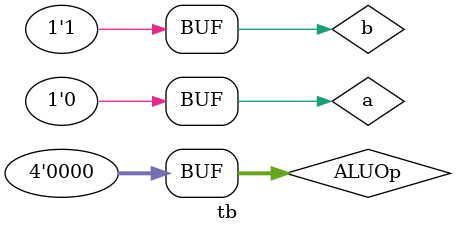
<source format=v>
module tb
(



);

	reg a, b, CarryIn;
	reg [3:0] ALUOp;
	wire Result;
	wire CarryOut;
	
	ALU_1_bit alutb
	(
		.a(a),
		.b(b),
		.CarryIn(CarryIn),
		.ALUOp(ALUOp),
		.Result(Result),
		.CarryOut(CarryOut)
	);
	
	initial
	begin
		a = 1'b0;
		b = 1'b1;
		ALUOp = 4'b1100;
		#15 ALUOp = 4'b0010;
		#30 ALUOp = 4'b0110;
		#45 ALUOp = 4'b0000;
	end
	
endmodule
</source>
